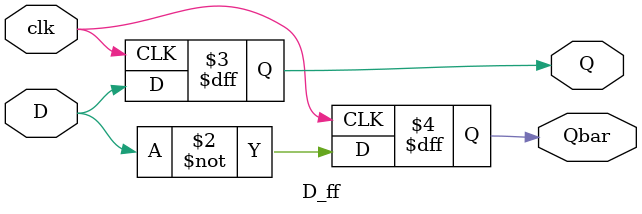
<source format=v>
module D_ff(D, clk, Q, Qbar);
input D, clk;
output Q, Qbar; 
reg Q, Qbar; 
always @ (posedge clk) 
begin 
Q = D;
Qbar = ~D;
end 
endmodule 
</source>
